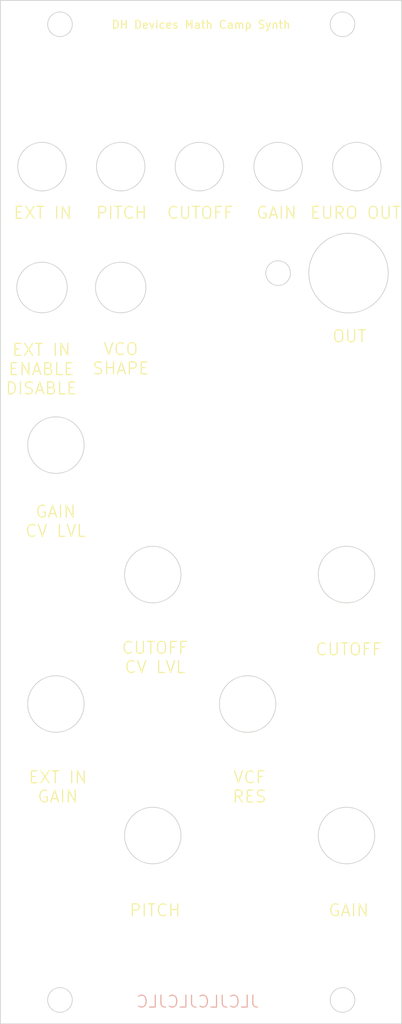
<source format=kicad_pcb>
(kicad_pcb (version 20211014) (generator pcbnew)

  (general
    (thickness 1.6)
  )

  (paper "A4")
  (layers
    (0 "F.Cu" signal)
    (31 "B.Cu" signal)
    (32 "B.Adhes" user "B.Adhesive")
    (33 "F.Adhes" user "F.Adhesive")
    (34 "B.Paste" user)
    (35 "F.Paste" user)
    (36 "B.SilkS" user "B.Silkscreen")
    (37 "F.SilkS" user "F.Silkscreen")
    (38 "B.Mask" user)
    (39 "F.Mask" user)
    (40 "Dwgs.User" user "User.Drawings")
    (41 "Cmts.User" user "User.Comments")
    (42 "Eco1.User" user "User.Eco1")
    (43 "Eco2.User" user "User.Eco2")
    (44 "Edge.Cuts" user)
    (45 "Margin" user)
    (46 "B.CrtYd" user "B.Courtyard")
    (47 "F.CrtYd" user "F.Courtyard")
    (48 "B.Fab" user)
    (49 "F.Fab" user)
    (50 "User.1" user)
    (51 "User.2" user)
    (52 "User.3" user)
    (53 "User.4" user)
    (54 "User.5" user)
    (55 "User.6" user)
    (56 "User.7" user)
    (57 "User.8" user)
    (58 "User.9" user)
  )

  (setup
    (pad_to_mask_clearance 0)
    (pcbplotparams
      (layerselection 0x00010fc_ffffffff)
      (disableapertmacros false)
      (usegerberextensions true)
      (usegerberattributes false)
      (usegerberadvancedattributes false)
      (creategerberjobfile false)
      (svguseinch false)
      (svgprecision 6)
      (excludeedgelayer true)
      (plotframeref false)
      (viasonmask false)
      (mode 1)
      (useauxorigin false)
      (hpglpennumber 1)
      (hpglpenspeed 20)
      (hpglpendiameter 15.000000)
      (dxfpolygonmode true)
      (dxfimperialunits true)
      (dxfusepcbnewfont true)
      (psnegative false)
      (psa4output false)
      (plotreference true)
      (plotvalue false)
      (plotinvisibletext false)
      (sketchpadsonfab false)
      (subtractmaskfromsilk true)
      (outputformat 1)
      (mirror false)
      (drillshape 0)
      (scaleselection 1)
      (outputdirectory "gerbers")
    )
  )

  (net 0 "")

  (gr_circle (center 94.184 69.854) (end 97.359 69.854) (layer "Edge.Cuts") (width 0.1) (fill none) (tstamp 02b3e256-3e9e-4a9d-913d-fe2e26b8a779))
  (gr_circle (center 113.996 54.676) (end 117.046 54.676) (layer "Edge.Cuts") (width 0.1) (fill none) (tstamp 3d23fdea-f6ec-4963-8317-c51d7bf80624))
  (gr_circle (center 86.54 159.306) (end 88.09 159.306) (layer "Edge.Cuts") (width 0.1) (fill none) (tstamp 4102ae0e-3d75-40cd-957b-0b4db5d3f5ee))
  (gr_circle (center 122.602 138.661) (end 126.152 138.661) (layer "Edge.Cuts") (width 0.1) (fill none) (tstamp 414a7792-af21-425a-9ddb-15298459f428))
  (gr_circle (center 113.996 68.046) (end 115.546 68.046) (layer "Edge.Cuts") (width 0.1) (fill none) (tstamp 4e662efc-eb21-43c9-bde0-ef448e2789dd))
  (gr_rect (start 79.04 33.806) (end 129.54 162.306) (layer "Edge.Cuts") (width 0.1) (fill none) (tstamp 712d6a7d-2b62-464f-b745-fd2a6b0187f6))
  (gr_circle (center 123.902 54.676) (end 126.952 54.676) (layer "Edge.Cuts") (width 0.1) (fill none) (tstamp 824b4b92-8ae6-4ac2-b730-a8f5fa54180c))
  (gr_circle (center 110.156 122.148) (end 113.706 122.148) (layer "Edge.Cuts") (width 0.1) (fill none) (tstamp 87026703-3c05-4347-8f3c-e1fbde3f8f10))
  (gr_circle (center 84.278 54.676) (end 87.328 54.676) (layer "Edge.Cuts") (width 0.1) (fill none) (tstamp 8861eca9-5667-4bd3-8c03-35789af57be3))
  (gr_circle (center 104.09 54.676) (end 107.14 54.676) (layer "Edge.Cuts") (width 0.1) (fill none) (tstamp 9b3229b0-bc46-4860-aee4-fd599f2c4c1b))
  (gr_circle (center 94.184 54.676) (end 97.234 54.676) (layer "Edge.Cuts") (width 0.1) (fill none) (tstamp 9c6faf73-17a6-4de9-87e9-d629e939d419))
  (gr_circle (center 122.856 68.046) (end 127.856 68.046) (layer "Edge.Cuts") (width 0.1) (fill none) (tstamp a03785ac-4329-437b-a98a-05959fb1119e))
  (gr_circle (center 84.278 69.854) (end 87.453 69.854) (layer "Edge.Cuts") (width 0.1) (fill none) (tstamp a750a1f1-6953-445d-828e-e5a8f45919a2))
  (gr_circle (center 98.218 138.661) (end 101.768 138.661) (layer "Edge.Cuts") (width 0.1) (fill none) (tstamp a8beef13-022d-47d7-8643-4c5f8bd3fea1))
  (gr_circle (center 122.1 159.306) (end 123.65 159.306) (layer "Edge.Cuts") (width 0.1) (fill none) (tstamp b73bc21e-e4fc-434c-9782-67f831579d00))
  (gr_circle (center 98.218 105.895) (end 101.768 105.895) (layer "Edge.Cuts") (width 0.1) (fill none) (tstamp bf233abb-c4f0-4ee3-94e6-5b61b67ba993))
  (gr_circle (center 86.026 122.148) (end 89.576 122.148) (layer "Edge.Cuts") (width 0.1) (fill none) (tstamp c0de6f84-0df9-482a-b08e-92f5b4308434))
  (gr_circle (center 86.54 36.806) (end 88.09 36.806) (layer "Edge.Cuts") (width 0.1) (fill none) (tstamp c43663ee-9a0d-4f27-a292-89ba89964065))
  (gr_circle (center 122.602 105.895) (end 126.152 105.895) (layer "Edge.Cuts") (width 0.1) (fill none) (tstamp c73f2c03-919c-4be0-bb58-0255c03efd4c))
  (gr_circle (center 86.026 89.642) (end 89.576 89.642) (layer "Edge.Cuts") (width 0.1) (fill none) (tstamp d95c6650-fcd9-4184-97fe-fde43ea5c0cd))
  (gr_circle (center 122.1 36.806) (end 123.65 36.806) (layer "Edge.Cuts") (width 0.1) (fill none) (tstamp daf70a07-a3d2-4ced-9e93-1c9d8ce83d0f))
  (gr_text "JLCJLCJLCJLC" (at 103.886 159.512) (layer "B.SilkS") (tstamp e69c64f9-717d-4a97-b3df-80325ec2fa63)
    (effects (font (size 1.5 1.5) (thickness 0.15)) (justify mirror))
  )
  (gr_text "EXT IN" (at 84.374 60.476) (layer "F.SilkS") (tstamp 031a0aea-f76c-4ffd-87d3-2b771f093a5b)
    (effects (font (size 1.5 1.5) (thickness 0.15)))
  )
  (gr_text "GAIN\nCV LVL" (at 86 99.2) (layer "F.SilkS") (tstamp 12fa3c3f-3d14-451a-a6a8-884fd1b32fa7)
    (effects (font (size 1.5 1.5) (thickness 0.15)))
  )
  (gr_text "VCF\nRES" (at 110.392 132.556) (layer "F.SilkS") (tstamp 17ada901-d5aa-4a98-8f71-5835729509c3)
    (effects (font (size 1.5 1.5) (thickness 0.15)))
  )
  (gr_text "EXT IN\nENABLE\nDISABLE" (at 84.2 80.1) (layer "F.SilkS") (tstamp 1e9eae5c-a7ca-4c5b-a119-8ee2c6cbc7b0)
    (effects (font (size 1.5 1.5) (thickness 0.15)))
  )
  (gr_text "CUTOFF" (at 122.884 115.284) (layer "F.SilkS") (tstamp 3c56eb16-ee19-4511-b2b5-29a95080bb67)
    (effects (font (size 1.5 1.5) (thickness 0.15)))
  )
  (gr_text "GAIN" (at 122.884 148.05) (layer "F.SilkS") (tstamp 3ddeaedb-1db1-4be3-949b-b75a174d871c)
    (effects (font (size 1.5 1.5) (thickness 0.15)))
  )
  (gr_text "EXT IN\nGAIN" (at 86.262 132.556) (layer "F.SilkS") (tstamp 4b35aa20-b779-4de7-ad3c-28d915e2bf1f)
    (effects (font (size 1.5 1.5) (thickness 0.15)))
  )
  (gr_text "CUTOFF\nCV LVL" (at 98.5 116.3) (layer "F.SilkS") (tstamp 53251dcb-6a85-4f86-ba86-8412aa7a491f)
    (effects (font (size 1.5 1.5) (thickness 0.15)))
  )
  (gr_text "PITCH" (at 94.28 60.476) (layer "F.SilkS") (tstamp 5c5072ad-db41-47d2-8b1c-c70cc24066e1)
    (effects (font (size 1.5 1.5) (thickness 0.15)))
  )
  (gr_text "GAIN" (at 113.792 60.476) (layer "F.SilkS") (tstamp 78ba1220-34f0-41e2-9467-c8ba2866b33d)
    (effects (font (size 1.5 1.5) (thickness 0.15)))
  )
  (gr_text "EURO OUT" (at 123.744 60.476) (layer "F.SilkS") (tstamp 7af93fec-74f0-4407-b131-794d649b09c9)
    (effects (font (size 1.5 1.5) (thickness 0.15)))
  )
  (gr_text "OUT" (at 122.982 75.97) (layer "F.SilkS") (tstamp 7d63cea1-cbcd-4243-a9d2-445ca73e8a80)
    (effects (font (size 1.5 1.5) (thickness 0.15)))
  )
  (gr_text "VCO\nSHAPE" (at 94.2 78.8) (layer "F.SilkS") (tstamp 85372737-a2f3-4c07-ad68-b446f442a0c4)
    (effects (font (size 1.5 1.5) (thickness 0.15)))
  )
  (gr_text "CUTOFF" (at 104.186 60.476) (layer "F.SilkS") (tstamp 9171a2c4-e5ff-4b74-8558-c171809be827)
    (effects (font (size 1.5 1.5) (thickness 0.15)))
  )
  (gr_text "DH Devices Math Camp Synth" (at 104.29 36.854) (layer "F.SilkS") (tstamp a89d8c81-e6ff-4e1d-a820-837fcf998fbe)
    (effects (font (size 1 1) (thickness 0.15)))
  )
  (gr_text "PITCH" (at 98.5 148.05) (layer "F.SilkS") (tstamp ae10a270-42e7-4aa2-bd6a-ffce3564c5c5)
    (effects (font (size 1.5 1.5) (thickness 0.15)))
  )

)

</source>
